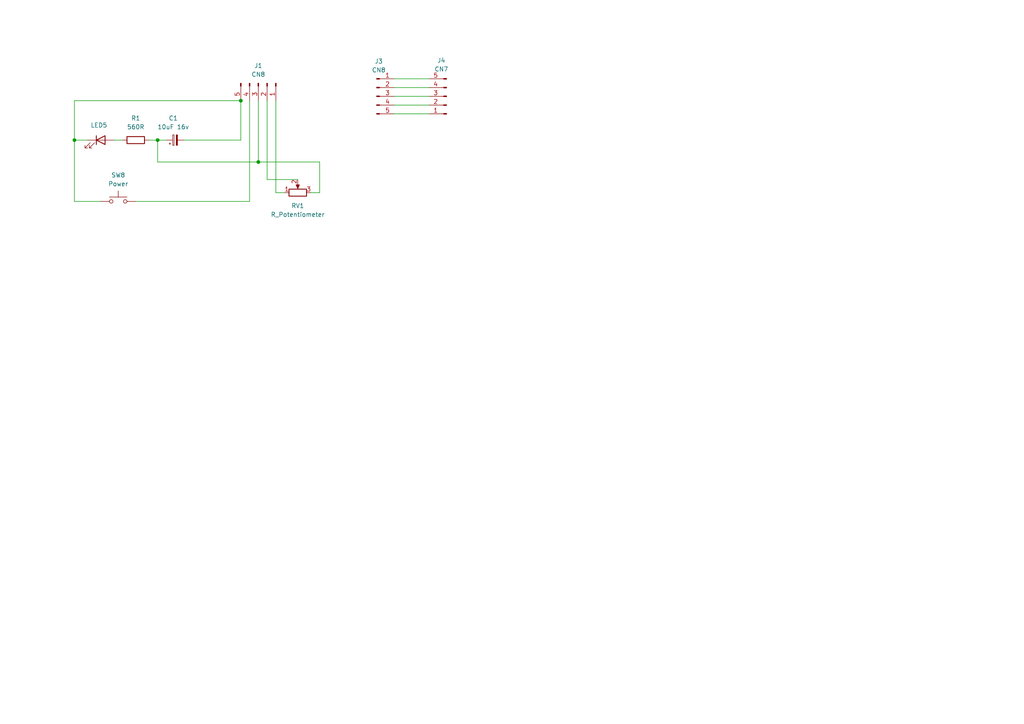
<source format=kicad_sch>
(kicad_sch (version 20231120) (generator "eeschema") (generator_version "8.0")
  (paper "A4")
  (title_block (title "KEP-644"))
  (lib_symbols
    (symbol "Connector:Conn_01x05_Pin" (pin_names (offset 1.016) hide)
      (property "Reference" "J" (at 0 7.62 0))
      (property "Value" "Conn_01x05_Pin" (at 0 -7.62 0))
      (symbol "Conn_01x05_Pin_1_1"
        (polyline (pts (xy 1.27 -5.08) (xy 0.8636 -5.08)) (stroke (width 0.1524)))
        (polyline (pts (xy 1.27 -2.54) (xy 0.8636 -2.54)) (stroke (width 0.1524)))
        (polyline (pts (xy 1.27 0) (xy 0.8636 0)) (stroke (width 0.1524)))
        (polyline (pts (xy 1.27 2.54) (xy 0.8636 2.54)) (stroke (width 0.1524)))
        (polyline (pts (xy 1.27 5.08) (xy 0.8636 5.08)) (stroke (width 0.1524)))
        (rectangle (start 0.8636 -4.953) (end 0 -5.207) (stroke (width 0.1524)) (fill (type outline)))
        (rectangle (start 0.8636 -2.413) (end 0 -2.667) (stroke (width 0.1524)) (fill (type outline)))
        (rectangle (start 0.8636 0.127) (end 0 -0.127) (stroke (width 0.1524)) (fill (type outline)))
        (rectangle (start 0.8636 2.667) (end 0 2.413) (stroke (width 0.1524)) (fill (type outline)))
        (rectangle (start 0.8636 5.207) (end 0 4.953) (stroke (width 0.1524)) (fill (type outline)))
        (pin passive line (at 5.08 5.08 180) (length 3.81) (name "Pin_1") (number "1"))
        (pin passive line (at 5.08 2.54 180) (length 3.81) (name "Pin_2") (number "2"))
        (pin passive line (at 5.08 0 180) (length 3.81) (name "Pin_3") (number "3"))
        (pin passive line (at 5.08 -2.54 180) (length 3.81) (name "Pin_4") (number "4"))
        (pin passive line (at 5.08 -5.08 180) (length 3.81) (name "Pin_5") (number "5"))
      )
    )
    (symbol "Device:C_Polarized_Small" (pin_numbers hide) (pin_names (offset 0.254) hide)
      (property "Reference" "C" (at 0.254 1.778 0))
      (property "Value" "C_Polarized_Small" (at 0.254 -2.032 0))
      (symbol "C_Polarized_Small_0_1"
        (rectangle (start -1.524 -0.3048) (end 1.524 -0.6858) (fill (type outline)))
        (rectangle (start -1.524 0.6858) (end 1.524 0.3048))
        (polyline (pts (xy -1.27 1.524) (xy -0.762 1.524)))
        (polyline (pts (xy -1.016 1.27) (xy -1.016 1.778)))
      )
      (symbol "C_Polarized_Small_1_1"
        (pin passive line (at 0 2.54 270) (length 1.8542) (name "~") (number "1"))
        (pin passive line (at 0 -2.54 90) (length 1.8542) (name "~") (number "2"))
      )
    )
    (symbol "Device:LED" (pin_numbers hide) (pin_names (offset 1.016) hide)
      (property "Reference" "D" (at 0 2.54 0))
      (property "Value" "LED" (at 0 -2.54 0))
      (symbol "LED_0_1"
        (polyline (pts (xy -1.27 -1.27) (xy -1.27 1.27)) (stroke (width 0.254)))
        (polyline (pts (xy -1.27 0) (xy 1.27 0)))
        (polyline (pts (xy 1.27 -1.27) (xy 1.27 1.27) (xy -1.27 0) (xy 1.27 -1.27)) (stroke (width 0.254)))
        (polyline (pts (xy -3.048 -0.762) (xy -4.572 -2.286) (xy -3.81 -2.286) (xy -4.572 -2.286) (xy -4.572 -1.524)))
        (polyline (pts (xy -1.778 -0.762) (xy -3.302 -2.286) (xy -2.54 -2.286) (xy -3.302 -2.286) (xy -3.302 -1.524)))
      )
      (symbol "LED_1_1"
        (pin passive line (at -3.81 0 0) (length 2.54) (name "K") (number "1"))
        (pin passive line (at 3.81 0 180) (length 2.54) (name "A") (number "2"))
      )
    )
    (symbol "Device:R" (pin_numbers hide) (pin_names (offset 0))
      (property "Reference" "R" (at 2.032 0 90))
      (property "Value" "R" (at 0 0 90))
      (symbol "R_0_1"
        (rectangle (start -1.016 -2.54) (end 1.016 2.54) (stroke (width 0.254)))
      )
      (symbol "R_1_1"
        (pin passive line (at 0 3.81 270) (length 1.27) (name "~") (number "1"))
        (pin passive line (at 0 -3.81 90) (length 1.27) (name "~") (number "2"))
      )
    )
    (symbol "Device:R_Potentiometer" (pin_names (offset 1.016) hide)
      (property "Reference" "RV" (at -4.445 0 90))
      (property "Value" "R_Potentiometer" (at -2.54 0 90))
      (symbol "R_Potentiometer_0_1"
        (polyline (pts (xy 2.54 0) (xy 1.524 0)))
        (polyline (pts (xy 1.143 0) (xy 2.286 0.508) (xy 2.286 -0.508) (xy 1.143 0)) (fill (type outline)))
        (rectangle (start 1.016 2.54) (end -1.016 -2.54) (stroke (width 0.254)))
      )
      (symbol "R_Potentiometer_1_1"
        (pin passive line (at 0 3.81 270) (length 1.27) (name "1") (number "1"))
        (pin passive line (at 3.81 0 180) (length 1.27) (name "2") (number "2"))
        (pin passive line (at 0 -3.81 90) (length 1.27) (name "3") (number "3"))
      )
    )
    (symbol "Switch:SW_Push" (pin_numbers hide) (pin_names (offset 1.016) hide)
      (property "Reference" "SW" (at 1.27 2.54 0))
      (property "Value" "SW_Push" (at 0 -1.524 0))
      (symbol "SW_Push_0_1"
        (circle (center -2.032 0) (radius 0.508))
        (polyline (pts (xy 0 1.27) (xy 0 3.048)))
        (polyline (pts (xy 2.54 1.27) (xy -2.54 1.27)))
        (circle (center 2.032 0) (radius 0.508))
        (pin passive line (at -5.08 0 0) (length 2.54) (name "1") (number "1"))
        (pin passive line (at 5.08 0 180) (length 2.54) (name "2") (number "2"))
      )
    )
  )
  (junction (at 74.93 46.99))
  (junction (at 21.59 40.64))
  (junction (at 45.72 40.64))
  (junction (at 69.85 29.21))
  (wire (pts (xy 90.17 55.88) (xy 92.71 55.88)))
  (wire (pts (xy 35.56 40.64) (xy 33.02 40.64)))
  (wire (pts (xy 74.93 46.99) (xy 74.93 29.21)))
  (wire (pts (xy 74.93 46.99) (xy 92.71 46.99)))
  (wire (pts (xy 21.59 40.64) (xy 25.4 40.64)))
  (wire (pts (xy 53.34 40.64) (xy 69.85 40.64)))
  (wire (pts (xy 82.55 55.88) (xy 80.01 55.88)))
  (wire (pts (xy 45.72 40.64) (xy 48.26 40.64)))
  (wire (pts (xy 114.3 33.02) (xy 124.46 33.02)))
  (wire (pts (xy 39.37 58.42) (xy 72.39 58.42)))
  (wire (pts (xy 21.59 58.42) (xy 21.59 40.64)))
  (wire (pts (xy 45.72 40.64) (xy 45.72 46.99)))
  (wire (pts (xy 114.3 30.48) (xy 124.46 30.48)))
  (wire (pts (xy 21.59 29.21) (xy 69.85 29.21)))
  (wire (pts (xy 86.36 52.07) (xy 77.47 52.07)))
  (wire (pts (xy 80.01 55.88) (xy 80.01 29.21)))
  (wire (pts (xy 69.85 40.64) (xy 69.85 29.21)))
  (wire (pts (xy 43.18 40.64) (xy 45.72 40.64)))
  (wire (pts (xy 92.71 55.88) (xy 92.71 46.99)))
  (wire (pts (xy 45.72 46.99) (xy 74.93 46.99)))
  (wire (pts (xy 114.3 27.94) (xy 124.46 27.94)))
  (wire (pts (xy 21.59 40.64) (xy 21.59 29.21)))
  (wire (pts (xy 72.39 58.42) (xy 72.39 29.21)))
  (wire (pts (xy 114.3 25.4) (xy 124.46 25.4)))
  (wire (pts (xy 77.47 52.07) (xy 77.47 29.21)))
  (wire (pts (xy 114.3 22.86) (xy 124.46 22.86)))
  (wire (pts (xy 21.59 58.42) (xy 29.21 58.42)))
  (symbol (lib_id "Switch:SW_Push") (at 34.29 58.42 0) (unit 1)
    (property "Reference" "SW8" (at 34.29 50.8 0))
    (property "Value" "Power" (at 34.29 53.34 0))
    (property "Description" "Push button switch, generic, two pins" (effects (hide yes)))
  )
  (symbol (lib_id "Connector:Conn_01x05_Pin") (at 129.54 27.94 180) (unit 1)
    (property "Reference" "J4" (at 128.016 17.526 0))
    (property "Value" "CN7" (at 128.016 20.066 0))
    (property "Description" "Generic connector, single row, 01x05, script generated" (effects (hide yes)))
  )
  (symbol (lib_id "Connector:Conn_01x05_Pin") (at 74.93 24.13 270) (unit 1)
    (property "Reference" "J1" (at 74.93 19.05 90))
    (property "Value" "CN8" (at 74.93 21.59 90))
    (property "Description" "Generic connector, single row, 01x05, script generated" (effects (hide yes)))
  )
  (symbol (lib_id "Device:LED") (at 29.21 40.64 0) (unit 1)
    (property "Reference" "LED5" (at 28.702 36.322 0))
    (property "Value" "LED5" (effects (hide yes)))
    (property "Description" "Light emitting diode" (effects (hide yes)))
  )
  (symbol (lib_id "Device:R") (at 39.37 40.64 90) (unit 1)
    (property "Reference" "R1" (at 39.37 34.29 90))
    (property "Value" "560R" (at 39.37 36.83 90))
    (property "Description" "Resistor" (effects (hide yes)))
  )
  (symbol (lib_id "Connector:Conn_01x05_Pin") (at 109.22 27.94 0) (unit 1)
    (property "Reference" "J3" (at 109.855 17.78 0))
    (property "Value" "CN8" (at 109.855 20.32 0))
    (property "Description" "Generic connector, single row, 01x05, script generated" (effects (hide yes)))
  )
  (symbol (lib_id "Device:R_Potentiometer") (at 86.36 55.88 90) (unit 1)
    (property "Reference" "RV1" (at 86.36 59.69 90))
    (property "Value" "R_Potentiometer" (at 86.36 62.23 90))
    (property "Description" "Potentiometer" (effects (hide yes)))
  )
  (symbol (lib_id "Device:C_Polarized_Small") (at 50.8 40.64 90) (unit 1)
    (property "Reference" "C1" (at 50.2539 34.29 90))
    (property "Value" "10uF 16v" (at 50.2539 36.83 90))
    (property "Description" "Polarized capacitor, small symbol" (effects (hide yes)))
  )
)
</source>
